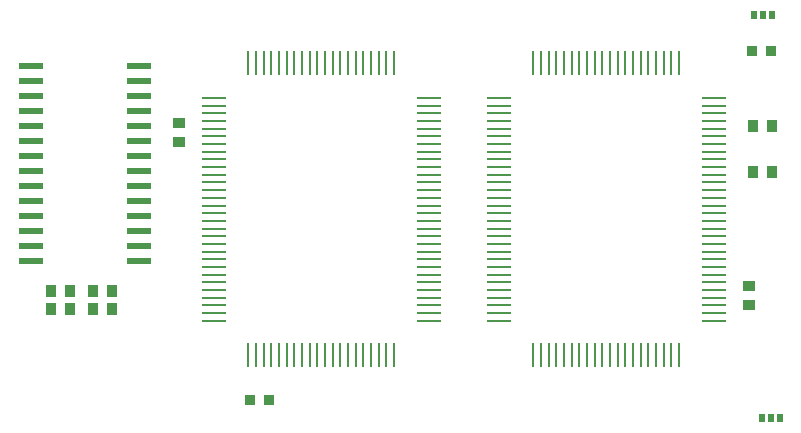
<source format=gtp>
%FSLAX44Y44*%
%MOMM*%
G71*
G01*
G75*
G04 Layer_Color=8421504*
%ADD10R,0.9652X0.8890*%
%ADD11R,1.0160X0.9398*%
%ADD12R,1.0160X0.9400*%
%ADD13R,0.5080X0.7620*%
%ADD14R,0.2600X2.0000*%
%ADD15R,2.0000X0.2600*%
%ADD16R,0.9400X1.0160*%
%ADD17R,0.9398X1.0160*%
%ADD18R,2.0320X0.6096*%
%ADD19C,0.2032*%
%ADD20C,0.2540*%
%ADD21C,0.5080*%
%ADD22C,0.3048*%
%ADD23R,2.4804X2.2690*%
%ADD24R,2.5943X2.2690*%
%ADD25R,3.0073X5.6504*%
%ADD26C,1.3000*%
%ADD27C,0.6350*%
%ADD28C,0.8128*%
%ADD29C,1.0160*%
%ADD30C,1.8080*%
%ADD31C,0.8382*%
%ADD32C,0.9398*%
%ADD33R,2.2000X0.3600*%
%ADD34R,3.0000X1.0000*%
%ADD35C,0.3302*%
%ADD36R,0.9424X1.9914*%
%ADD37R,2.5048X2.1810*%
%ADD38R,2.9171X1.1903*%
%ADD39C,0.1270*%
%ADD40C,0.1524*%
%ADD41C,0.1500*%
D10*
X1096518Y824992D02*
D03*
X1080008D02*
D03*
X654859Y529625D02*
D03*
X671369D02*
D03*
D11*
X1077994Y626685D02*
D03*
X594952Y748097D02*
D03*
D12*
X1077994Y610180D02*
D03*
X594952Y764602D02*
D03*
D13*
X1082040Y855980D02*
D03*
X1089660D02*
D03*
X1097280D02*
D03*
X1103630Y514350D02*
D03*
X1096010D02*
D03*
X1088390D02*
D03*
D14*
X777200Y567650D02*
D03*
X770700D02*
D03*
X764200D02*
D03*
X757700D02*
D03*
X751200D02*
D03*
X744700D02*
D03*
X738200D02*
D03*
X731700D02*
D03*
X725200D02*
D03*
X718700D02*
D03*
X712200D02*
D03*
X705700D02*
D03*
X699200D02*
D03*
X692700D02*
D03*
X686200D02*
D03*
X679700D02*
D03*
X673200D02*
D03*
X666700D02*
D03*
X660200D02*
D03*
X653700D02*
D03*
X718700Y814650D02*
D03*
X725200D02*
D03*
X731700D02*
D03*
X738200D02*
D03*
X744700D02*
D03*
X751200D02*
D03*
X757700D02*
D03*
X764200D02*
D03*
X770700D02*
D03*
X777200D02*
D03*
X712200D02*
D03*
X705700D02*
D03*
X699200D02*
D03*
X692700D02*
D03*
X686200D02*
D03*
X679700D02*
D03*
X673200D02*
D03*
X666700D02*
D03*
X660200D02*
D03*
X653700D02*
D03*
X895000D02*
D03*
X901500D02*
D03*
X908000D02*
D03*
X914500D02*
D03*
X921000D02*
D03*
X927500D02*
D03*
X934000D02*
D03*
X940500D02*
D03*
X947000D02*
D03*
X953500D02*
D03*
X1018500D02*
D03*
X1012000D02*
D03*
X1005500D02*
D03*
X999000D02*
D03*
X992500D02*
D03*
X986000D02*
D03*
X979500D02*
D03*
X973000D02*
D03*
X966500D02*
D03*
X960000D02*
D03*
X895000Y567650D02*
D03*
X901500D02*
D03*
X908000D02*
D03*
X914500D02*
D03*
X921000D02*
D03*
X927500D02*
D03*
X934000D02*
D03*
X940500D02*
D03*
X947000D02*
D03*
X953500D02*
D03*
X960000D02*
D03*
X966500D02*
D03*
X973000D02*
D03*
X979500D02*
D03*
X986000D02*
D03*
X992500D02*
D03*
X999000D02*
D03*
X1005500D02*
D03*
X1012000D02*
D03*
X1018500D02*
D03*
D15*
X624450Y596900D02*
D03*
Y603400D02*
D03*
Y609900D02*
D03*
Y616400D02*
D03*
Y622900D02*
D03*
Y629400D02*
D03*
Y635900D02*
D03*
Y642400D02*
D03*
Y648900D02*
D03*
Y655400D02*
D03*
Y661900D02*
D03*
Y668400D02*
D03*
Y674900D02*
D03*
Y681400D02*
D03*
Y687900D02*
D03*
Y694400D02*
D03*
Y700900D02*
D03*
Y707400D02*
D03*
Y713900D02*
D03*
Y720400D02*
D03*
Y726900D02*
D03*
Y733400D02*
D03*
Y739900D02*
D03*
Y746400D02*
D03*
Y752900D02*
D03*
Y759400D02*
D03*
Y765900D02*
D03*
Y772400D02*
D03*
Y778900D02*
D03*
Y785400D02*
D03*
X806450D02*
D03*
Y778900D02*
D03*
Y772400D02*
D03*
Y765900D02*
D03*
Y759400D02*
D03*
Y752900D02*
D03*
Y746400D02*
D03*
Y739900D02*
D03*
Y733400D02*
D03*
Y726900D02*
D03*
Y720400D02*
D03*
Y713900D02*
D03*
Y707400D02*
D03*
Y700900D02*
D03*
Y694400D02*
D03*
Y687900D02*
D03*
Y681400D02*
D03*
Y674900D02*
D03*
Y668400D02*
D03*
Y661900D02*
D03*
Y655400D02*
D03*
Y648900D02*
D03*
Y642400D02*
D03*
Y635900D02*
D03*
Y629400D02*
D03*
Y622900D02*
D03*
Y616400D02*
D03*
Y609900D02*
D03*
Y603400D02*
D03*
Y596900D02*
D03*
X1047750D02*
D03*
Y603400D02*
D03*
Y609900D02*
D03*
Y616400D02*
D03*
Y622900D02*
D03*
Y629400D02*
D03*
Y635900D02*
D03*
Y642400D02*
D03*
Y648900D02*
D03*
Y655400D02*
D03*
Y661900D02*
D03*
Y668400D02*
D03*
Y674900D02*
D03*
Y681400D02*
D03*
Y687900D02*
D03*
Y694400D02*
D03*
Y700900D02*
D03*
Y707400D02*
D03*
Y713900D02*
D03*
Y720400D02*
D03*
Y726900D02*
D03*
Y733400D02*
D03*
Y739900D02*
D03*
Y746400D02*
D03*
Y752900D02*
D03*
Y759400D02*
D03*
Y765900D02*
D03*
Y772400D02*
D03*
Y778900D02*
D03*
Y785400D02*
D03*
X865750D02*
D03*
Y778900D02*
D03*
Y772400D02*
D03*
Y765900D02*
D03*
Y759400D02*
D03*
Y752900D02*
D03*
Y746400D02*
D03*
Y739900D02*
D03*
Y733400D02*
D03*
Y726900D02*
D03*
Y720400D02*
D03*
Y713900D02*
D03*
Y707400D02*
D03*
Y700900D02*
D03*
Y694400D02*
D03*
Y687900D02*
D03*
Y681400D02*
D03*
Y674900D02*
D03*
Y668400D02*
D03*
Y661900D02*
D03*
Y655400D02*
D03*
Y648900D02*
D03*
Y642400D02*
D03*
Y635900D02*
D03*
Y629400D02*
D03*
Y622900D02*
D03*
Y616400D02*
D03*
Y609900D02*
D03*
Y603400D02*
D03*
Y596900D02*
D03*
D16*
X538443Y622236D02*
D03*
X486417Y622299D02*
D03*
X538541Y606788D02*
D03*
X486342Y606852D02*
D03*
X1080706Y762144D02*
D03*
X1080775Y722376D02*
D03*
D17*
X521938Y622236D02*
D03*
X502922Y622299D02*
D03*
X522036Y606788D02*
D03*
X502847Y606852D02*
D03*
X1097211Y762144D02*
D03*
X1097280Y722376D02*
D03*
D18*
X469900Y812800D02*
D03*
Y800100D02*
D03*
Y787400D02*
D03*
Y774700D02*
D03*
Y762000D02*
D03*
Y749300D02*
D03*
Y736600D02*
D03*
Y723900D02*
D03*
Y711200D02*
D03*
Y698500D02*
D03*
Y685800D02*
D03*
Y673100D02*
D03*
Y660400D02*
D03*
Y647700D02*
D03*
X561340D02*
D03*
Y660400D02*
D03*
Y673100D02*
D03*
Y685800D02*
D03*
Y698500D02*
D03*
Y711200D02*
D03*
Y723900D02*
D03*
Y736600D02*
D03*
Y749300D02*
D03*
Y762000D02*
D03*
Y774700D02*
D03*
Y787400D02*
D03*
Y800100D02*
D03*
Y812800D02*
D03*
M02*

</source>
